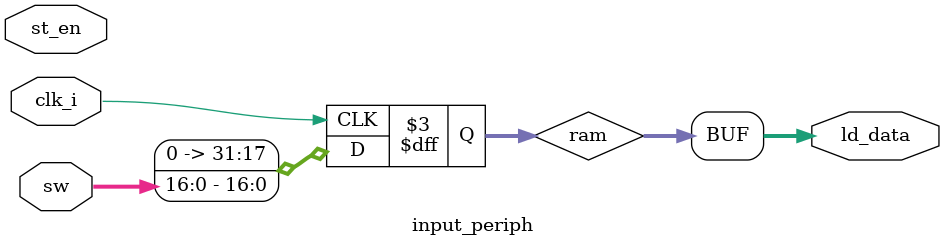
<source format=sv>
module input_periph(
		input 			clk_i,
		/* verilator lint_off UNUSED */ 
		input			st_en,
		/* verilator lint_on UNUSED */
		input	[16:0]	sw	 ,
		output	[31:0]	ld_data
);

	logic 	[31:0]	ram;
	
	initial begin
			ram = 32'd0;
	end
	
	always_ff @(posedge clk_i)  begin
		ram <= {15'd0, sw};
	end		
	
	assign ld_data = ram;
	
endmodule

</source>
